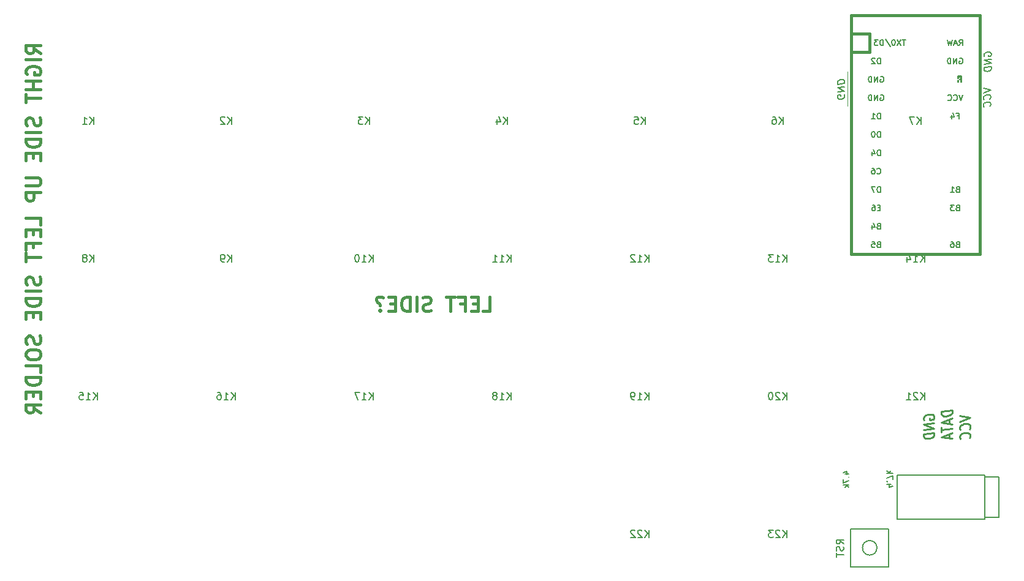
<source format=gbr>
G04 #@! TF.GenerationSoftware,KiCad,Pcbnew,(6.0.0-rc1-dev-1668-g04a478f85)*
G04 #@! TF.CreationDate,2019-04-17T20:28:03-07:00
G04 #@! TF.ProjectId,meson,6d65736f-6e2e-46b6-9963-61645f706362,rev?*
G04 #@! TF.SameCoordinates,Original*
G04 #@! TF.FileFunction,Legend,Bot*
G04 #@! TF.FilePolarity,Positive*
%FSLAX46Y46*%
G04 Gerber Fmt 4.6, Leading zero omitted, Abs format (unit mm)*
G04 Created by KiCad (PCBNEW (6.0.0-rc1-dev-1668-g04a478f85)) date 2019-04-17 20:28:03*
%MOMM*%
%LPD*%
G04 APERTURE LIST*
%ADD10C,0.450000*%
%ADD11C,0.150000*%
%ADD12C,0.120000*%
%ADD13C,0.250000*%
%ADD14C,0.381000*%
G04 APERTURE END LIST*
D10*
X187847382Y-86650081D02*
X188799763Y-86650081D01*
X188799763Y-84650081D01*
X187180716Y-85602462D02*
X186514049Y-85602462D01*
X186228335Y-86650081D02*
X187180716Y-86650081D01*
X187180716Y-84650081D01*
X186228335Y-84650081D01*
X184704525Y-85602462D02*
X185371192Y-85602462D01*
X185371192Y-86650081D02*
X185371192Y-84650081D01*
X184418811Y-84650081D01*
X183942620Y-84650081D02*
X182799763Y-84650081D01*
X183371192Y-86650081D02*
X183371192Y-84650081D01*
X180704525Y-86554843D02*
X180418811Y-86650081D01*
X179942620Y-86650081D01*
X179752144Y-86554843D01*
X179656906Y-86459605D01*
X179561668Y-86269129D01*
X179561668Y-86078653D01*
X179656906Y-85888177D01*
X179752144Y-85792939D01*
X179942620Y-85697700D01*
X180323573Y-85602462D01*
X180514049Y-85507224D01*
X180609287Y-85411986D01*
X180704525Y-85221510D01*
X180704525Y-85031034D01*
X180609287Y-84840558D01*
X180514049Y-84745320D01*
X180323573Y-84650081D01*
X179847382Y-84650081D01*
X179561668Y-84745320D01*
X178704525Y-86650081D02*
X178704525Y-84650081D01*
X177752144Y-86650081D02*
X177752144Y-84650081D01*
X177275954Y-84650081D01*
X176990240Y-84745320D01*
X176799763Y-84935796D01*
X176704525Y-85126272D01*
X176609287Y-85507224D01*
X176609287Y-85792939D01*
X176704525Y-86173891D01*
X176799763Y-86364367D01*
X176990240Y-86554843D01*
X177275954Y-86650081D01*
X177752144Y-86650081D01*
X175752144Y-85602462D02*
X175085478Y-85602462D01*
X174799763Y-86650081D02*
X175752144Y-86650081D01*
X175752144Y-84650081D01*
X174799763Y-84650081D01*
X173656906Y-86459605D02*
X173561668Y-86554843D01*
X173656906Y-86650081D01*
X173752144Y-86554843D01*
X173656906Y-86459605D01*
X173656906Y-86650081D01*
X174037859Y-84745320D02*
X173847382Y-84650081D01*
X173371192Y-84650081D01*
X173180716Y-84745320D01*
X173085478Y-84935796D01*
X173085478Y-85126272D01*
X173180716Y-85316748D01*
X173275954Y-85411986D01*
X173466430Y-85507224D01*
X173561668Y-85602462D01*
X173656906Y-85792939D01*
X173656906Y-85888177D01*
D11*
X237912931Y-109155322D02*
X238446264Y-109155322D01*
X237608169Y-108964846D02*
X238179598Y-108774370D01*
X238179598Y-109269608D01*
X238370074Y-109574370D02*
X238408169Y-109612465D01*
X238446264Y-109574370D01*
X238408169Y-109536275D01*
X238370074Y-109574370D01*
X238446264Y-109574370D01*
X237646264Y-109879132D02*
X237646264Y-110412465D01*
X238446264Y-110069608D01*
X238446264Y-110717227D02*
X237646264Y-110717227D01*
X238141502Y-110793418D02*
X238446264Y-111021989D01*
X237912931Y-111021989D02*
X238217693Y-110717227D01*
X244224788Y-110628337D02*
X243691455Y-110628337D01*
X244529550Y-110818813D02*
X243958121Y-111009289D01*
X243958121Y-110514051D01*
X243767645Y-110209289D02*
X243729550Y-110171194D01*
X243691455Y-110209289D01*
X243729550Y-110247384D01*
X243767645Y-110209289D01*
X243691455Y-110209289D01*
X244491455Y-109904527D02*
X244491455Y-109371194D01*
X243691455Y-109714051D01*
X243691455Y-109066432D02*
X244491455Y-109066432D01*
X243996217Y-108990241D02*
X243691455Y-108761670D01*
X244224788Y-108761670D02*
X243920026Y-109066432D01*
D10*
X126736361Y-51009404D02*
X125783980Y-50342738D01*
X126736361Y-49866547D02*
X124736361Y-49866547D01*
X124736361Y-50628452D01*
X124831600Y-50818928D01*
X124926838Y-50914166D01*
X125117314Y-51009404D01*
X125403028Y-51009404D01*
X125593504Y-50914166D01*
X125688742Y-50818928D01*
X125783980Y-50628452D01*
X125783980Y-49866547D01*
X126736361Y-51866547D02*
X124736361Y-51866547D01*
X124831600Y-53866547D02*
X124736361Y-53676071D01*
X124736361Y-53390357D01*
X124831600Y-53104642D01*
X125022076Y-52914166D01*
X125212552Y-52818928D01*
X125593504Y-52723690D01*
X125879219Y-52723690D01*
X126260171Y-52818928D01*
X126450647Y-52914166D01*
X126641123Y-53104642D01*
X126736361Y-53390357D01*
X126736361Y-53580833D01*
X126641123Y-53866547D01*
X126545885Y-53961785D01*
X125879219Y-53961785D01*
X125879219Y-53580833D01*
X126736361Y-54818928D02*
X124736361Y-54818928D01*
X125688742Y-54818928D02*
X125688742Y-55961785D01*
X126736361Y-55961785D02*
X124736361Y-55961785D01*
X124736361Y-56628452D02*
X124736361Y-57771309D01*
X126736361Y-57199880D02*
X124736361Y-57199880D01*
X126641123Y-59866547D02*
X126736361Y-60152261D01*
X126736361Y-60628452D01*
X126641123Y-60818928D01*
X126545885Y-60914166D01*
X126355409Y-61009404D01*
X126164933Y-61009404D01*
X125974457Y-60914166D01*
X125879219Y-60818928D01*
X125783980Y-60628452D01*
X125688742Y-60247500D01*
X125593504Y-60057023D01*
X125498266Y-59961785D01*
X125307790Y-59866547D01*
X125117314Y-59866547D01*
X124926838Y-59961785D01*
X124831600Y-60057023D01*
X124736361Y-60247500D01*
X124736361Y-60723690D01*
X124831600Y-61009404D01*
X126736361Y-61866547D02*
X124736361Y-61866547D01*
X126736361Y-62818928D02*
X124736361Y-62818928D01*
X124736361Y-63295119D01*
X124831600Y-63580833D01*
X125022076Y-63771309D01*
X125212552Y-63866547D01*
X125593504Y-63961785D01*
X125879219Y-63961785D01*
X126260171Y-63866547D01*
X126450647Y-63771309D01*
X126641123Y-63580833D01*
X126736361Y-63295119D01*
X126736361Y-62818928D01*
X125688742Y-64818928D02*
X125688742Y-65485595D01*
X126736361Y-65771309D02*
X126736361Y-64818928D01*
X124736361Y-64818928D01*
X124736361Y-65771309D01*
X124736361Y-68152261D02*
X126355409Y-68152261D01*
X126545885Y-68247500D01*
X126641123Y-68342738D01*
X126736361Y-68533214D01*
X126736361Y-68914166D01*
X126641123Y-69104642D01*
X126545885Y-69199880D01*
X126355409Y-69295119D01*
X124736361Y-69295119D01*
X126736361Y-70247500D02*
X124736361Y-70247500D01*
X124736361Y-71009404D01*
X124831600Y-71199880D01*
X124926838Y-71295119D01*
X125117314Y-71390357D01*
X125403028Y-71390357D01*
X125593504Y-71295119D01*
X125688742Y-71199880D01*
X125783980Y-71009404D01*
X125783980Y-70247500D01*
X126736361Y-74723690D02*
X126736361Y-73771309D01*
X124736361Y-73771309D01*
X125688742Y-75390357D02*
X125688742Y-76057023D01*
X126736361Y-76342738D02*
X126736361Y-75390357D01*
X124736361Y-75390357D01*
X124736361Y-76342738D01*
X125688742Y-77866547D02*
X125688742Y-77199880D01*
X126736361Y-77199880D02*
X124736361Y-77199880D01*
X124736361Y-78152261D01*
X124736361Y-78628452D02*
X124736361Y-79771309D01*
X126736361Y-79199880D02*
X124736361Y-79199880D01*
X126641123Y-81866547D02*
X126736361Y-82152261D01*
X126736361Y-82628452D01*
X126641123Y-82818928D01*
X126545885Y-82914166D01*
X126355409Y-83009404D01*
X126164933Y-83009404D01*
X125974457Y-82914166D01*
X125879219Y-82818928D01*
X125783980Y-82628452D01*
X125688742Y-82247499D01*
X125593504Y-82057023D01*
X125498266Y-81961785D01*
X125307790Y-81866547D01*
X125117314Y-81866547D01*
X124926838Y-81961785D01*
X124831600Y-82057023D01*
X124736361Y-82247499D01*
X124736361Y-82723690D01*
X124831600Y-83009404D01*
X126736361Y-83866547D02*
X124736361Y-83866547D01*
X126736361Y-84818928D02*
X124736361Y-84818928D01*
X124736361Y-85295119D01*
X124831600Y-85580833D01*
X125022076Y-85771309D01*
X125212552Y-85866547D01*
X125593504Y-85961785D01*
X125879219Y-85961785D01*
X126260171Y-85866547D01*
X126450647Y-85771309D01*
X126641123Y-85580833D01*
X126736361Y-85295119D01*
X126736361Y-84818928D01*
X125688742Y-86818928D02*
X125688742Y-87485595D01*
X126736361Y-87771309D02*
X126736361Y-86818928D01*
X124736361Y-86818928D01*
X124736361Y-87771309D01*
X126641123Y-90057023D02*
X126736361Y-90342738D01*
X126736361Y-90818928D01*
X126641123Y-91009404D01*
X126545885Y-91104642D01*
X126355409Y-91199880D01*
X126164933Y-91199880D01*
X125974457Y-91104642D01*
X125879219Y-91009404D01*
X125783980Y-90818928D01*
X125688742Y-90437976D01*
X125593504Y-90247499D01*
X125498266Y-90152261D01*
X125307790Y-90057023D01*
X125117314Y-90057023D01*
X124926838Y-90152261D01*
X124831600Y-90247499D01*
X124736361Y-90437976D01*
X124736361Y-90914166D01*
X124831600Y-91199880D01*
X124736361Y-92437976D02*
X124736361Y-92818928D01*
X124831600Y-93009404D01*
X125022076Y-93199880D01*
X125403028Y-93295119D01*
X126069695Y-93295119D01*
X126450647Y-93199880D01*
X126641123Y-93009404D01*
X126736361Y-92818928D01*
X126736361Y-92437976D01*
X126641123Y-92247499D01*
X126450647Y-92057023D01*
X126069695Y-91961785D01*
X125403028Y-91961785D01*
X125022076Y-92057023D01*
X124831600Y-92247499D01*
X124736361Y-92437976D01*
X126736361Y-95104642D02*
X126736361Y-94152261D01*
X124736361Y-94152261D01*
X126736361Y-95771309D02*
X124736361Y-95771309D01*
X124736361Y-96247499D01*
X124831600Y-96533214D01*
X125022076Y-96723690D01*
X125212552Y-96818928D01*
X125593504Y-96914166D01*
X125879219Y-96914166D01*
X126260171Y-96818928D01*
X126450647Y-96723690D01*
X126641123Y-96533214D01*
X126736361Y-96247499D01*
X126736361Y-95771309D01*
X125688742Y-97771309D02*
X125688742Y-98437976D01*
X126736361Y-98723690D02*
X126736361Y-97771309D01*
X124736361Y-97771309D01*
X124736361Y-98723690D01*
X126736361Y-100723690D02*
X125783980Y-100057023D01*
X126736361Y-99580833D02*
X124736361Y-99580833D01*
X124736361Y-100342738D01*
X124831600Y-100533214D01*
X124926838Y-100628452D01*
X125117314Y-100723690D01*
X125403028Y-100723690D01*
X125593504Y-100628452D01*
X125688742Y-100533214D01*
X125783980Y-100342738D01*
X125783980Y-99580833D01*
D12*
X238226600Y-53492400D02*
X238226600Y-58242200D01*
D11*
X237799500Y-56686342D02*
X237847119Y-56775627D01*
X237847119Y-56918485D01*
X237799500Y-57067294D01*
X237704261Y-57174437D01*
X237609023Y-57233961D01*
X237418547Y-57305389D01*
X237275690Y-57323247D01*
X237085214Y-57299437D01*
X236989976Y-57263723D01*
X236894738Y-57180389D01*
X236847119Y-57043485D01*
X236847119Y-56948247D01*
X236894738Y-56799437D01*
X236942357Y-56745866D01*
X237275690Y-56704199D01*
X237275690Y-56894675D01*
X236847119Y-56329199D02*
X237847119Y-56204199D01*
X236847119Y-55757770D01*
X237847119Y-55632770D01*
X236847119Y-55281580D02*
X237847119Y-55156580D01*
X237847119Y-54918485D01*
X237799500Y-54781580D01*
X237704261Y-54698247D01*
X237609023Y-54662532D01*
X237418547Y-54638723D01*
X237275690Y-54656580D01*
X237085214Y-54728008D01*
X236989976Y-54787532D01*
X236894738Y-54894675D01*
X236847119Y-55043485D01*
X236847119Y-55281580D01*
X257144900Y-51441457D02*
X257097280Y-51352172D01*
X257097280Y-51209314D01*
X257144900Y-51060505D01*
X257240138Y-50953362D01*
X257335376Y-50893838D01*
X257525852Y-50822410D01*
X257668709Y-50804552D01*
X257859185Y-50828362D01*
X257954423Y-50864076D01*
X258049661Y-50947410D01*
X258097280Y-51084314D01*
X258097280Y-51179552D01*
X258049661Y-51328362D01*
X258002042Y-51381933D01*
X257668709Y-51423600D01*
X257668709Y-51233124D01*
X258097280Y-51798600D02*
X257097280Y-51923600D01*
X258097280Y-52370029D01*
X257097280Y-52495029D01*
X258097280Y-52846219D02*
X257097280Y-52971219D01*
X257097280Y-53209314D01*
X257144900Y-53346219D01*
X257240138Y-53429552D01*
X257335376Y-53465267D01*
X257525852Y-53489076D01*
X257668709Y-53471219D01*
X257859185Y-53399791D01*
X257954423Y-53340267D01*
X258049661Y-53233124D01*
X258097280Y-53084314D01*
X258097280Y-52846219D01*
X257008380Y-55841681D02*
X258008380Y-56050014D01*
X257008380Y-56508348D01*
X257913142Y-57300014D02*
X257960761Y-57246443D01*
X258008380Y-57097633D01*
X258008380Y-57002395D01*
X257960761Y-56865491D01*
X257865523Y-56782157D01*
X257770285Y-56746443D01*
X257579809Y-56722633D01*
X257436952Y-56740491D01*
X257246476Y-56811919D01*
X257151238Y-56871443D01*
X257056000Y-56978586D01*
X257008380Y-57127395D01*
X257008380Y-57222633D01*
X257056000Y-57359538D01*
X257103619Y-57401205D01*
X257913142Y-58300014D02*
X257960761Y-58246443D01*
X258008380Y-58097633D01*
X258008380Y-58002395D01*
X257960761Y-57865491D01*
X257865523Y-57782157D01*
X257770285Y-57746443D01*
X257579809Y-57722633D01*
X257436952Y-57740491D01*
X257246476Y-57811919D01*
X257151238Y-57871443D01*
X257056000Y-57978586D01*
X257008380Y-58127395D01*
X257008380Y-58222633D01*
X257056000Y-58359538D01*
X257103619Y-58401205D01*
D13*
X248778960Y-101722582D02*
X248707531Y-101612463D01*
X248707531Y-101433891D01*
X248778960Y-101246391D01*
X248921817Y-101109486D01*
X249064674Y-101032105D01*
X249350388Y-100936867D01*
X249564674Y-100910082D01*
X249850388Y-100933891D01*
X249993245Y-100975558D01*
X250136102Y-101076748D01*
X250207531Y-101246391D01*
X250207531Y-101365439D01*
X250136102Y-101552939D01*
X250064674Y-101621391D01*
X249564674Y-101683891D01*
X249564674Y-101445796D01*
X250207531Y-102139248D02*
X248707531Y-102326748D01*
X250207531Y-102853534D01*
X248707531Y-103041034D01*
X250207531Y-103448772D02*
X248707531Y-103636272D01*
X248707531Y-103933891D01*
X248778960Y-104103534D01*
X248921817Y-104204725D01*
X249064674Y-104246391D01*
X249350388Y-104270201D01*
X249564674Y-104243415D01*
X249850388Y-104148177D01*
X249993245Y-104070796D01*
X250136102Y-103933891D01*
X250207531Y-103746391D01*
X250207531Y-103448772D01*
X252707531Y-100353534D02*
X251207531Y-100541034D01*
X251207531Y-100838653D01*
X251278960Y-101008296D01*
X251421817Y-101109486D01*
X251564674Y-101151153D01*
X251850388Y-101174963D01*
X252064674Y-101148177D01*
X252350388Y-101052939D01*
X252493245Y-100975558D01*
X252636102Y-100838653D01*
X252707531Y-100651153D01*
X252707531Y-100353534D01*
X252278960Y-101597582D02*
X252278960Y-102192820D01*
X252707531Y-101424963D02*
X251207531Y-102029129D01*
X252707531Y-102258296D01*
X251207531Y-102683891D02*
X251207531Y-103398177D01*
X252707531Y-102853534D02*
X251207531Y-103041034D01*
X252278960Y-103621391D02*
X252278960Y-104216629D01*
X252707531Y-103448772D02*
X251207531Y-104052939D01*
X252707531Y-104282105D01*
X253707531Y-101136272D02*
X255207531Y-101365439D01*
X253707531Y-101969605D01*
X255064674Y-102930915D02*
X255136102Y-102862463D01*
X255207531Y-102674963D01*
X255207531Y-102555915D01*
X255136102Y-102386272D01*
X254993245Y-102285082D01*
X254850388Y-102243415D01*
X254564674Y-102219605D01*
X254350388Y-102246391D01*
X254064674Y-102341629D01*
X253921817Y-102419010D01*
X253778960Y-102555915D01*
X253707531Y-102743415D01*
X253707531Y-102862463D01*
X253778960Y-103032105D01*
X253850388Y-103082701D01*
X255064674Y-104180915D02*
X255136102Y-104112463D01*
X255207531Y-103924963D01*
X255207531Y-103805915D01*
X255136102Y-103636272D01*
X254993245Y-103535082D01*
X254850388Y-103493415D01*
X254564674Y-103469605D01*
X254350388Y-103496391D01*
X254064674Y-103591629D01*
X253921817Y-103669010D01*
X253778960Y-103805915D01*
X253707531Y-103993415D01*
X253707531Y-104112463D01*
X253778960Y-104282105D01*
X253850388Y-104332701D01*
D11*
X243900000Y-121980000D02*
X243900000Y-116780000D01*
X243900000Y-116780000D02*
X238700000Y-116780000D01*
X238700000Y-116780000D02*
X238700000Y-121980000D01*
X238700000Y-121980000D02*
X243900000Y-121980000D01*
X242300000Y-119380000D02*
G75*
G03X242300000Y-119380000I-1000000J0D01*
G01*
X257175000Y-109345000D02*
X257175000Y-115445000D01*
X245075000Y-109345000D02*
X245075000Y-115445000D01*
X257175000Y-109345000D02*
X245075000Y-109345000D01*
X257175000Y-115445000D02*
X245075000Y-115445000D01*
X257175000Y-109595000D02*
X259175000Y-109595000D01*
X257175000Y-115195000D02*
X259175000Y-115195000D01*
X259175000Y-109595000D02*
X259175000Y-115195000D01*
D14*
X241300000Y-48260000D02*
X238760000Y-48260000D01*
X256540000Y-45720000D02*
X238760000Y-45720000D01*
X238760000Y-45720000D02*
X238760000Y-78740000D01*
X238760000Y-78740000D02*
X256540000Y-78740000D01*
X256540000Y-78740000D02*
X256540000Y-45720000D01*
D11*
G36*
X253494635Y-54149030D02*
G01*
X253494635Y-54249030D01*
X253994635Y-54249030D01*
X253994635Y-54149030D01*
X253494635Y-54149030D01*
G37*
X253494635Y-54149030D02*
X253494635Y-54249030D01*
X253994635Y-54249030D01*
X253994635Y-54149030D01*
X253494635Y-54149030D01*
G36*
X253494635Y-54149030D02*
G01*
X253494635Y-54449030D01*
X253594635Y-54449030D01*
X253594635Y-54149030D01*
X253494635Y-54149030D01*
G37*
X253494635Y-54149030D02*
X253494635Y-54449030D01*
X253594635Y-54449030D01*
X253594635Y-54149030D01*
X253494635Y-54149030D01*
G36*
X253494635Y-54749030D02*
G01*
X253494635Y-54949030D01*
X253594635Y-54949030D01*
X253594635Y-54749030D01*
X253494635Y-54749030D01*
G37*
X253494635Y-54749030D02*
X253494635Y-54949030D01*
X253594635Y-54949030D01*
X253594635Y-54749030D01*
X253494635Y-54749030D01*
G36*
X253894635Y-54149030D02*
G01*
X253894635Y-54949030D01*
X253994635Y-54949030D01*
X253994635Y-54149030D01*
X253894635Y-54149030D01*
G37*
X253894635Y-54149030D02*
X253894635Y-54949030D01*
X253994635Y-54949030D01*
X253994635Y-54149030D01*
X253894635Y-54149030D01*
G36*
X253694635Y-54549030D02*
G01*
X253694635Y-54649030D01*
X253794635Y-54649030D01*
X253794635Y-54549030D01*
X253694635Y-54549030D01*
G37*
X253694635Y-54549030D02*
X253694635Y-54649030D01*
X253794635Y-54649030D01*
X253794635Y-54549030D01*
X253694635Y-54549030D01*
D14*
X241300000Y-48260000D02*
X241300000Y-50800000D01*
X241300000Y-50800000D02*
X238760000Y-50800000D01*
D11*
X229338095Y-60777380D02*
X229338095Y-59777380D01*
X228766666Y-60777380D02*
X229195238Y-60205952D01*
X228766666Y-59777380D02*
X229338095Y-60348809D01*
X227909523Y-59777380D02*
X228100000Y-59777380D01*
X228195238Y-59825000D01*
X228242857Y-59872619D01*
X228338095Y-60015476D01*
X228385714Y-60205952D01*
X228385714Y-60586904D01*
X228338095Y-60682142D01*
X228290476Y-60729761D01*
X228195238Y-60777380D01*
X228004761Y-60777380D01*
X227909523Y-60729761D01*
X227861904Y-60682142D01*
X227814285Y-60586904D01*
X227814285Y-60348809D01*
X227861904Y-60253571D01*
X227909523Y-60205952D01*
X228004761Y-60158333D01*
X228195238Y-60158333D01*
X228290476Y-60205952D01*
X228338095Y-60253571D01*
X228385714Y-60348809D01*
X229814285Y-98877380D02*
X229814285Y-97877380D01*
X229242857Y-98877380D02*
X229671428Y-98305952D01*
X229242857Y-97877380D02*
X229814285Y-98448809D01*
X228861904Y-97972619D02*
X228814285Y-97925000D01*
X228719047Y-97877380D01*
X228480952Y-97877380D01*
X228385714Y-97925000D01*
X228338095Y-97972619D01*
X228290476Y-98067857D01*
X228290476Y-98163095D01*
X228338095Y-98305952D01*
X228909523Y-98877380D01*
X228290476Y-98877380D01*
X227671428Y-97877380D02*
X227576190Y-97877380D01*
X227480952Y-97925000D01*
X227433333Y-97972619D01*
X227385714Y-98067857D01*
X227338095Y-98258333D01*
X227338095Y-98496428D01*
X227385714Y-98686904D01*
X227433333Y-98782142D01*
X227480952Y-98829761D01*
X227576190Y-98877380D01*
X227671428Y-98877380D01*
X227766666Y-98829761D01*
X227814285Y-98782142D01*
X227861904Y-98686904D01*
X227909523Y-98496428D01*
X227909523Y-98258333D01*
X227861904Y-98067857D01*
X227814285Y-97972619D01*
X227766666Y-97925000D01*
X227671428Y-97877380D01*
X229814285Y-79827380D02*
X229814285Y-78827380D01*
X229242857Y-79827380D02*
X229671428Y-79255952D01*
X229242857Y-78827380D02*
X229814285Y-79398809D01*
X228290476Y-79827380D02*
X228861904Y-79827380D01*
X228576190Y-79827380D02*
X228576190Y-78827380D01*
X228671428Y-78970238D01*
X228766666Y-79065476D01*
X228861904Y-79113095D01*
X227957142Y-78827380D02*
X227338095Y-78827380D01*
X227671428Y-79208333D01*
X227528571Y-79208333D01*
X227433333Y-79255952D01*
X227385714Y-79303571D01*
X227338095Y-79398809D01*
X227338095Y-79636904D01*
X227385714Y-79732142D01*
X227433333Y-79779761D01*
X227528571Y-79827380D01*
X227814285Y-79827380D01*
X227909523Y-79779761D01*
X227957142Y-79732142D01*
X237688380Y-118832380D02*
X237212190Y-118499047D01*
X237688380Y-118260952D02*
X236688380Y-118260952D01*
X236688380Y-118641904D01*
X236736000Y-118737142D01*
X236783619Y-118784761D01*
X236878857Y-118832380D01*
X237021714Y-118832380D01*
X237116952Y-118784761D01*
X237164571Y-118737142D01*
X237212190Y-118641904D01*
X237212190Y-118260952D01*
X237640761Y-119213333D02*
X237688380Y-119356190D01*
X237688380Y-119594285D01*
X237640761Y-119689523D01*
X237593142Y-119737142D01*
X237497904Y-119784761D01*
X237402666Y-119784761D01*
X237307428Y-119737142D01*
X237259809Y-119689523D01*
X237212190Y-119594285D01*
X237164571Y-119403809D01*
X237116952Y-119308571D01*
X237069333Y-119260952D01*
X236974095Y-119213333D01*
X236878857Y-119213333D01*
X236783619Y-119260952D01*
X236736000Y-119308571D01*
X236688380Y-119403809D01*
X236688380Y-119641904D01*
X236736000Y-119784761D01*
X236688380Y-120070476D02*
X236688380Y-120641904D01*
X237688380Y-120356190D02*
X236688380Y-120356190D01*
X229814285Y-117927380D02*
X229814285Y-116927380D01*
X229242857Y-117927380D02*
X229671428Y-117355952D01*
X229242857Y-116927380D02*
X229814285Y-117498809D01*
X228861904Y-117022619D02*
X228814285Y-116975000D01*
X228719047Y-116927380D01*
X228480952Y-116927380D01*
X228385714Y-116975000D01*
X228338095Y-117022619D01*
X228290476Y-117117857D01*
X228290476Y-117213095D01*
X228338095Y-117355952D01*
X228909523Y-117927380D01*
X228290476Y-117927380D01*
X227957142Y-116927380D02*
X227338095Y-116927380D01*
X227671428Y-117308333D01*
X227528571Y-117308333D01*
X227433333Y-117355952D01*
X227385714Y-117403571D01*
X227338095Y-117498809D01*
X227338095Y-117736904D01*
X227385714Y-117832142D01*
X227433333Y-117879761D01*
X227528571Y-117927380D01*
X227814285Y-117927380D01*
X227909523Y-117879761D01*
X227957142Y-117832142D01*
X134088095Y-60777380D02*
X134088095Y-59777380D01*
X133516666Y-60777380D02*
X133945238Y-60205952D01*
X133516666Y-59777380D02*
X134088095Y-60348809D01*
X132564285Y-60777380D02*
X133135714Y-60777380D01*
X132850000Y-60777380D02*
X132850000Y-59777380D01*
X132945238Y-59920238D01*
X133040476Y-60015476D01*
X133135714Y-60063095D01*
X153138095Y-60777380D02*
X153138095Y-59777380D01*
X152566666Y-60777380D02*
X152995238Y-60205952D01*
X152566666Y-59777380D02*
X153138095Y-60348809D01*
X152185714Y-59872619D02*
X152138095Y-59825000D01*
X152042857Y-59777380D01*
X151804761Y-59777380D01*
X151709523Y-59825000D01*
X151661904Y-59872619D01*
X151614285Y-59967857D01*
X151614285Y-60063095D01*
X151661904Y-60205952D01*
X152233333Y-60777380D01*
X151614285Y-60777380D01*
X172188095Y-60777380D02*
X172188095Y-59777380D01*
X171616666Y-60777380D02*
X172045238Y-60205952D01*
X171616666Y-59777380D02*
X172188095Y-60348809D01*
X171283333Y-59777380D02*
X170664285Y-59777380D01*
X170997619Y-60158333D01*
X170854761Y-60158333D01*
X170759523Y-60205952D01*
X170711904Y-60253571D01*
X170664285Y-60348809D01*
X170664285Y-60586904D01*
X170711904Y-60682142D01*
X170759523Y-60729761D01*
X170854761Y-60777380D01*
X171140476Y-60777380D01*
X171235714Y-60729761D01*
X171283333Y-60682142D01*
X191238095Y-60777380D02*
X191238095Y-59777380D01*
X190666666Y-60777380D02*
X191095238Y-60205952D01*
X190666666Y-59777380D02*
X191238095Y-60348809D01*
X189809523Y-60110714D02*
X189809523Y-60777380D01*
X190047619Y-59729761D02*
X190285714Y-60444047D01*
X189666666Y-60444047D01*
X210288095Y-60777380D02*
X210288095Y-59777380D01*
X209716666Y-60777380D02*
X210145238Y-60205952D01*
X209716666Y-59777380D02*
X210288095Y-60348809D01*
X208811904Y-59777380D02*
X209288095Y-59777380D01*
X209335714Y-60253571D01*
X209288095Y-60205952D01*
X209192857Y-60158333D01*
X208954761Y-60158333D01*
X208859523Y-60205952D01*
X208811904Y-60253571D01*
X208764285Y-60348809D01*
X208764285Y-60586904D01*
X208811904Y-60682142D01*
X208859523Y-60729761D01*
X208954761Y-60777380D01*
X209192857Y-60777380D01*
X209288095Y-60729761D01*
X209335714Y-60682142D01*
X248388095Y-60777380D02*
X248388095Y-59777380D01*
X247816666Y-60777380D02*
X248245238Y-60205952D01*
X247816666Y-59777380D02*
X248388095Y-60348809D01*
X247483333Y-59777380D02*
X246816666Y-59777380D01*
X247245238Y-60777380D01*
X134088095Y-79827380D02*
X134088095Y-78827380D01*
X133516666Y-79827380D02*
X133945238Y-79255952D01*
X133516666Y-78827380D02*
X134088095Y-79398809D01*
X132945238Y-79255952D02*
X133040476Y-79208333D01*
X133088095Y-79160714D01*
X133135714Y-79065476D01*
X133135714Y-79017857D01*
X133088095Y-78922619D01*
X133040476Y-78875000D01*
X132945238Y-78827380D01*
X132754761Y-78827380D01*
X132659523Y-78875000D01*
X132611904Y-78922619D01*
X132564285Y-79017857D01*
X132564285Y-79065476D01*
X132611904Y-79160714D01*
X132659523Y-79208333D01*
X132754761Y-79255952D01*
X132945238Y-79255952D01*
X133040476Y-79303571D01*
X133088095Y-79351190D01*
X133135714Y-79446428D01*
X133135714Y-79636904D01*
X133088095Y-79732142D01*
X133040476Y-79779761D01*
X132945238Y-79827380D01*
X132754761Y-79827380D01*
X132659523Y-79779761D01*
X132611904Y-79732142D01*
X132564285Y-79636904D01*
X132564285Y-79446428D01*
X132611904Y-79351190D01*
X132659523Y-79303571D01*
X132754761Y-79255952D01*
X153138095Y-79827380D02*
X153138095Y-78827380D01*
X152566666Y-79827380D02*
X152995238Y-79255952D01*
X152566666Y-78827380D02*
X153138095Y-79398809D01*
X152090476Y-79827380D02*
X151900000Y-79827380D01*
X151804761Y-79779761D01*
X151757142Y-79732142D01*
X151661904Y-79589285D01*
X151614285Y-79398809D01*
X151614285Y-79017857D01*
X151661904Y-78922619D01*
X151709523Y-78875000D01*
X151804761Y-78827380D01*
X151995238Y-78827380D01*
X152090476Y-78875000D01*
X152138095Y-78922619D01*
X152185714Y-79017857D01*
X152185714Y-79255952D01*
X152138095Y-79351190D01*
X152090476Y-79398809D01*
X151995238Y-79446428D01*
X151804761Y-79446428D01*
X151709523Y-79398809D01*
X151661904Y-79351190D01*
X151614285Y-79255952D01*
X172664285Y-79827380D02*
X172664285Y-78827380D01*
X172092857Y-79827380D02*
X172521428Y-79255952D01*
X172092857Y-78827380D02*
X172664285Y-79398809D01*
X171140476Y-79827380D02*
X171711904Y-79827380D01*
X171426190Y-79827380D02*
X171426190Y-78827380D01*
X171521428Y-78970238D01*
X171616666Y-79065476D01*
X171711904Y-79113095D01*
X170521428Y-78827380D02*
X170426190Y-78827380D01*
X170330952Y-78875000D01*
X170283333Y-78922619D01*
X170235714Y-79017857D01*
X170188095Y-79208333D01*
X170188095Y-79446428D01*
X170235714Y-79636904D01*
X170283333Y-79732142D01*
X170330952Y-79779761D01*
X170426190Y-79827380D01*
X170521428Y-79827380D01*
X170616666Y-79779761D01*
X170664285Y-79732142D01*
X170711904Y-79636904D01*
X170759523Y-79446428D01*
X170759523Y-79208333D01*
X170711904Y-79017857D01*
X170664285Y-78922619D01*
X170616666Y-78875000D01*
X170521428Y-78827380D01*
X191714285Y-79827380D02*
X191714285Y-78827380D01*
X191142857Y-79827380D02*
X191571428Y-79255952D01*
X191142857Y-78827380D02*
X191714285Y-79398809D01*
X190190476Y-79827380D02*
X190761904Y-79827380D01*
X190476190Y-79827380D02*
X190476190Y-78827380D01*
X190571428Y-78970238D01*
X190666666Y-79065476D01*
X190761904Y-79113095D01*
X189238095Y-79827380D02*
X189809523Y-79827380D01*
X189523809Y-79827380D02*
X189523809Y-78827380D01*
X189619047Y-78970238D01*
X189714285Y-79065476D01*
X189809523Y-79113095D01*
X210764285Y-79827380D02*
X210764285Y-78827380D01*
X210192857Y-79827380D02*
X210621428Y-79255952D01*
X210192857Y-78827380D02*
X210764285Y-79398809D01*
X209240476Y-79827380D02*
X209811904Y-79827380D01*
X209526190Y-79827380D02*
X209526190Y-78827380D01*
X209621428Y-78970238D01*
X209716666Y-79065476D01*
X209811904Y-79113095D01*
X208859523Y-78922619D02*
X208811904Y-78875000D01*
X208716666Y-78827380D01*
X208478571Y-78827380D01*
X208383333Y-78875000D01*
X208335714Y-78922619D01*
X208288095Y-79017857D01*
X208288095Y-79113095D01*
X208335714Y-79255952D01*
X208907142Y-79827380D01*
X208288095Y-79827380D01*
X248864285Y-79827380D02*
X248864285Y-78827380D01*
X248292857Y-79827380D02*
X248721428Y-79255952D01*
X248292857Y-78827380D02*
X248864285Y-79398809D01*
X247340476Y-79827380D02*
X247911904Y-79827380D01*
X247626190Y-79827380D02*
X247626190Y-78827380D01*
X247721428Y-78970238D01*
X247816666Y-79065476D01*
X247911904Y-79113095D01*
X246483333Y-79160714D02*
X246483333Y-79827380D01*
X246721428Y-78779761D02*
X246959523Y-79494047D01*
X246340476Y-79494047D01*
X134564285Y-98877380D02*
X134564285Y-97877380D01*
X133992857Y-98877380D02*
X134421428Y-98305952D01*
X133992857Y-97877380D02*
X134564285Y-98448809D01*
X133040476Y-98877380D02*
X133611904Y-98877380D01*
X133326190Y-98877380D02*
X133326190Y-97877380D01*
X133421428Y-98020238D01*
X133516666Y-98115476D01*
X133611904Y-98163095D01*
X132135714Y-97877380D02*
X132611904Y-97877380D01*
X132659523Y-98353571D01*
X132611904Y-98305952D01*
X132516666Y-98258333D01*
X132278571Y-98258333D01*
X132183333Y-98305952D01*
X132135714Y-98353571D01*
X132088095Y-98448809D01*
X132088095Y-98686904D01*
X132135714Y-98782142D01*
X132183333Y-98829761D01*
X132278571Y-98877380D01*
X132516666Y-98877380D01*
X132611904Y-98829761D01*
X132659523Y-98782142D01*
X153614285Y-98877380D02*
X153614285Y-97877380D01*
X153042857Y-98877380D02*
X153471428Y-98305952D01*
X153042857Y-97877380D02*
X153614285Y-98448809D01*
X152090476Y-98877380D02*
X152661904Y-98877380D01*
X152376190Y-98877380D02*
X152376190Y-97877380D01*
X152471428Y-98020238D01*
X152566666Y-98115476D01*
X152661904Y-98163095D01*
X151233333Y-97877380D02*
X151423809Y-97877380D01*
X151519047Y-97925000D01*
X151566666Y-97972619D01*
X151661904Y-98115476D01*
X151709523Y-98305952D01*
X151709523Y-98686904D01*
X151661904Y-98782142D01*
X151614285Y-98829761D01*
X151519047Y-98877380D01*
X151328571Y-98877380D01*
X151233333Y-98829761D01*
X151185714Y-98782142D01*
X151138095Y-98686904D01*
X151138095Y-98448809D01*
X151185714Y-98353571D01*
X151233333Y-98305952D01*
X151328571Y-98258333D01*
X151519047Y-98258333D01*
X151614285Y-98305952D01*
X151661904Y-98353571D01*
X151709523Y-98448809D01*
X172664285Y-98877380D02*
X172664285Y-97877380D01*
X172092857Y-98877380D02*
X172521428Y-98305952D01*
X172092857Y-97877380D02*
X172664285Y-98448809D01*
X171140476Y-98877380D02*
X171711904Y-98877380D01*
X171426190Y-98877380D02*
X171426190Y-97877380D01*
X171521428Y-98020238D01*
X171616666Y-98115476D01*
X171711904Y-98163095D01*
X170807142Y-97877380D02*
X170140476Y-97877380D01*
X170569047Y-98877380D01*
X191714285Y-98877380D02*
X191714285Y-97877380D01*
X191142857Y-98877380D02*
X191571428Y-98305952D01*
X191142857Y-97877380D02*
X191714285Y-98448809D01*
X190190476Y-98877380D02*
X190761904Y-98877380D01*
X190476190Y-98877380D02*
X190476190Y-97877380D01*
X190571428Y-98020238D01*
X190666666Y-98115476D01*
X190761904Y-98163095D01*
X189619047Y-98305952D02*
X189714285Y-98258333D01*
X189761904Y-98210714D01*
X189809523Y-98115476D01*
X189809523Y-98067857D01*
X189761904Y-97972619D01*
X189714285Y-97925000D01*
X189619047Y-97877380D01*
X189428571Y-97877380D01*
X189333333Y-97925000D01*
X189285714Y-97972619D01*
X189238095Y-98067857D01*
X189238095Y-98115476D01*
X189285714Y-98210714D01*
X189333333Y-98258333D01*
X189428571Y-98305952D01*
X189619047Y-98305952D01*
X189714285Y-98353571D01*
X189761904Y-98401190D01*
X189809523Y-98496428D01*
X189809523Y-98686904D01*
X189761904Y-98782142D01*
X189714285Y-98829761D01*
X189619047Y-98877380D01*
X189428571Y-98877380D01*
X189333333Y-98829761D01*
X189285714Y-98782142D01*
X189238095Y-98686904D01*
X189238095Y-98496428D01*
X189285714Y-98401190D01*
X189333333Y-98353571D01*
X189428571Y-98305952D01*
X210764285Y-98877380D02*
X210764285Y-97877380D01*
X210192857Y-98877380D02*
X210621428Y-98305952D01*
X210192857Y-97877380D02*
X210764285Y-98448809D01*
X209240476Y-98877380D02*
X209811904Y-98877380D01*
X209526190Y-98877380D02*
X209526190Y-97877380D01*
X209621428Y-98020238D01*
X209716666Y-98115476D01*
X209811904Y-98163095D01*
X208764285Y-98877380D02*
X208573809Y-98877380D01*
X208478571Y-98829761D01*
X208430952Y-98782142D01*
X208335714Y-98639285D01*
X208288095Y-98448809D01*
X208288095Y-98067857D01*
X208335714Y-97972619D01*
X208383333Y-97925000D01*
X208478571Y-97877380D01*
X208669047Y-97877380D01*
X208764285Y-97925000D01*
X208811904Y-97972619D01*
X208859523Y-98067857D01*
X208859523Y-98305952D01*
X208811904Y-98401190D01*
X208764285Y-98448809D01*
X208669047Y-98496428D01*
X208478571Y-98496428D01*
X208383333Y-98448809D01*
X208335714Y-98401190D01*
X208288095Y-98305952D01*
X248864285Y-98877380D02*
X248864285Y-97877380D01*
X248292857Y-98877380D02*
X248721428Y-98305952D01*
X248292857Y-97877380D02*
X248864285Y-98448809D01*
X247911904Y-97972619D02*
X247864285Y-97925000D01*
X247769047Y-97877380D01*
X247530952Y-97877380D01*
X247435714Y-97925000D01*
X247388095Y-97972619D01*
X247340476Y-98067857D01*
X247340476Y-98163095D01*
X247388095Y-98305952D01*
X247959523Y-98877380D01*
X247340476Y-98877380D01*
X246388095Y-98877380D02*
X246959523Y-98877380D01*
X246673809Y-98877380D02*
X246673809Y-97877380D01*
X246769047Y-98020238D01*
X246864285Y-98115476D01*
X246959523Y-98163095D01*
X210764285Y-117927380D02*
X210764285Y-116927380D01*
X210192857Y-117927380D02*
X210621428Y-117355952D01*
X210192857Y-116927380D02*
X210764285Y-117498809D01*
X209811904Y-117022619D02*
X209764285Y-116975000D01*
X209669047Y-116927380D01*
X209430952Y-116927380D01*
X209335714Y-116975000D01*
X209288095Y-117022619D01*
X209240476Y-117117857D01*
X209240476Y-117213095D01*
X209288095Y-117355952D01*
X209859523Y-117927380D01*
X209240476Y-117927380D01*
X208859523Y-117022619D02*
X208811904Y-116975000D01*
X208716666Y-116927380D01*
X208478571Y-116927380D01*
X208383333Y-116975000D01*
X208335714Y-117022619D01*
X208288095Y-117117857D01*
X208288095Y-117213095D01*
X208335714Y-117355952D01*
X208907142Y-117927380D01*
X208288095Y-117927380D01*
X246268604Y-49091904D02*
X245811461Y-49091904D01*
X246040032Y-49891904D02*
X246040032Y-49091904D01*
X245620985Y-49091904D02*
X245087651Y-49891904D01*
X245087651Y-49091904D02*
X245620985Y-49891904D01*
X244630508Y-49091904D02*
X244554318Y-49091904D01*
X244478128Y-49130000D01*
X244440032Y-49168095D01*
X244401937Y-49244285D01*
X244363842Y-49396666D01*
X244363842Y-49587142D01*
X244401937Y-49739523D01*
X244440032Y-49815714D01*
X244478128Y-49853809D01*
X244554318Y-49891904D01*
X244630508Y-49891904D01*
X244706699Y-49853809D01*
X244744794Y-49815714D01*
X244782889Y-49739523D01*
X244820985Y-49587142D01*
X244820985Y-49396666D01*
X244782889Y-49244285D01*
X244744794Y-49168095D01*
X244706699Y-49130000D01*
X244630508Y-49091904D01*
X243449556Y-49053809D02*
X244135270Y-50082380D01*
X243182889Y-49891904D02*
X243182889Y-49091904D01*
X242992413Y-49091904D01*
X242878128Y-49130000D01*
X242801937Y-49206190D01*
X242763842Y-49282380D01*
X242725747Y-49434761D01*
X242725747Y-49549047D01*
X242763842Y-49701428D01*
X242801937Y-49777619D01*
X242878128Y-49853809D01*
X242992413Y-49891904D01*
X243182889Y-49891904D01*
X242459080Y-49091904D02*
X241963842Y-49091904D01*
X242230508Y-49396666D01*
X242116223Y-49396666D01*
X242040032Y-49434761D01*
X242001937Y-49472857D01*
X241963842Y-49549047D01*
X241963842Y-49739523D01*
X242001937Y-49815714D01*
X242040032Y-49853809D01*
X242116223Y-49891904D01*
X242344794Y-49891904D01*
X242420985Y-49853809D01*
X242459080Y-49815714D01*
X246268604Y-49091904D02*
X245811461Y-49091904D01*
X246040032Y-49891904D02*
X246040032Y-49091904D01*
X245620985Y-49091904D02*
X245087651Y-49891904D01*
X245087651Y-49091904D02*
X245620985Y-49891904D01*
X244630508Y-49091904D02*
X244554318Y-49091904D01*
X244478128Y-49130000D01*
X244440032Y-49168095D01*
X244401937Y-49244285D01*
X244363842Y-49396666D01*
X244363842Y-49587142D01*
X244401937Y-49739523D01*
X244440032Y-49815714D01*
X244478128Y-49853809D01*
X244554318Y-49891904D01*
X244630508Y-49891904D01*
X244706699Y-49853809D01*
X244744794Y-49815714D01*
X244782889Y-49739523D01*
X244820985Y-49587142D01*
X244820985Y-49396666D01*
X244782889Y-49244285D01*
X244744794Y-49168095D01*
X244706699Y-49130000D01*
X244630508Y-49091904D01*
X243449556Y-49053809D02*
X244135270Y-50082380D01*
X243182889Y-49891904D02*
X243182889Y-49091904D01*
X242992413Y-49091904D01*
X242878128Y-49130000D01*
X242801937Y-49206190D01*
X242763842Y-49282380D01*
X242725747Y-49434761D01*
X242725747Y-49549047D01*
X242763842Y-49701428D01*
X242801937Y-49777619D01*
X242878128Y-49853809D01*
X242992413Y-49891904D01*
X243182889Y-49891904D01*
X242459080Y-49091904D02*
X241963842Y-49091904D01*
X242230508Y-49396666D01*
X242116223Y-49396666D01*
X242040032Y-49434761D01*
X242001937Y-49472857D01*
X241963842Y-49549047D01*
X241963842Y-49739523D01*
X242001937Y-49815714D01*
X242040032Y-49853809D01*
X242116223Y-49891904D01*
X242344794Y-49891904D01*
X242420985Y-49853809D01*
X242459080Y-49815714D01*
X242779476Y-52431904D02*
X242779476Y-51631904D01*
X242589000Y-51631904D01*
X242474714Y-51670000D01*
X242398523Y-51746190D01*
X242360428Y-51822380D01*
X242322333Y-51974761D01*
X242322333Y-52089047D01*
X242360428Y-52241428D01*
X242398523Y-52317619D01*
X242474714Y-52393809D01*
X242589000Y-52431904D01*
X242779476Y-52431904D01*
X242017571Y-51708095D02*
X241979476Y-51670000D01*
X241903285Y-51631904D01*
X241712809Y-51631904D01*
X241636619Y-51670000D01*
X241598523Y-51708095D01*
X241560428Y-51784285D01*
X241560428Y-51860476D01*
X241598523Y-51974761D01*
X242055666Y-52431904D01*
X241560428Y-52431904D01*
X242779476Y-62591904D02*
X242779476Y-61791904D01*
X242589000Y-61791904D01*
X242474714Y-61830000D01*
X242398523Y-61906190D01*
X242360428Y-61982380D01*
X242322333Y-62134761D01*
X242322333Y-62249047D01*
X242360428Y-62401428D01*
X242398523Y-62477619D01*
X242474714Y-62553809D01*
X242589000Y-62591904D01*
X242779476Y-62591904D01*
X241827095Y-61791904D02*
X241750904Y-61791904D01*
X241674714Y-61830000D01*
X241636619Y-61868095D01*
X241598523Y-61944285D01*
X241560428Y-62096666D01*
X241560428Y-62287142D01*
X241598523Y-62439523D01*
X241636619Y-62515714D01*
X241674714Y-62553809D01*
X241750904Y-62591904D01*
X241827095Y-62591904D01*
X241903285Y-62553809D01*
X241941380Y-62515714D01*
X241979476Y-62439523D01*
X242017571Y-62287142D01*
X242017571Y-62096666D01*
X241979476Y-61944285D01*
X241941380Y-61868095D01*
X241903285Y-61830000D01*
X241827095Y-61791904D01*
X242779476Y-60051904D02*
X242779476Y-59251904D01*
X242589000Y-59251904D01*
X242474714Y-59290000D01*
X242398523Y-59366190D01*
X242360428Y-59442380D01*
X242322333Y-59594761D01*
X242322333Y-59709047D01*
X242360428Y-59861428D01*
X242398523Y-59937619D01*
X242474714Y-60013809D01*
X242589000Y-60051904D01*
X242779476Y-60051904D01*
X241560428Y-60051904D02*
X242017571Y-60051904D01*
X241789000Y-60051904D02*
X241789000Y-59251904D01*
X241865190Y-59366190D01*
X241941380Y-59442380D01*
X242017571Y-59480476D01*
X242798523Y-56750000D02*
X242874714Y-56711904D01*
X242989000Y-56711904D01*
X243103285Y-56750000D01*
X243179476Y-56826190D01*
X243217571Y-56902380D01*
X243255666Y-57054761D01*
X243255666Y-57169047D01*
X243217571Y-57321428D01*
X243179476Y-57397619D01*
X243103285Y-57473809D01*
X242989000Y-57511904D01*
X242912809Y-57511904D01*
X242798523Y-57473809D01*
X242760428Y-57435714D01*
X242760428Y-57169047D01*
X242912809Y-57169047D01*
X242417571Y-57511904D02*
X242417571Y-56711904D01*
X241960428Y-57511904D01*
X241960428Y-56711904D01*
X241579476Y-57511904D02*
X241579476Y-56711904D01*
X241389000Y-56711904D01*
X241274714Y-56750000D01*
X241198523Y-56826190D01*
X241160428Y-56902380D01*
X241122333Y-57054761D01*
X241122333Y-57169047D01*
X241160428Y-57321428D01*
X241198523Y-57397619D01*
X241274714Y-57473809D01*
X241389000Y-57511904D01*
X241579476Y-57511904D01*
X242779476Y-65131904D02*
X242779476Y-64331904D01*
X242589000Y-64331904D01*
X242474714Y-64370000D01*
X242398523Y-64446190D01*
X242360428Y-64522380D01*
X242322333Y-64674761D01*
X242322333Y-64789047D01*
X242360428Y-64941428D01*
X242398523Y-65017619D01*
X242474714Y-65093809D01*
X242589000Y-65131904D01*
X242779476Y-65131904D01*
X241636619Y-64598571D02*
X241636619Y-65131904D01*
X241827095Y-64293809D02*
X242017571Y-64865238D01*
X241522333Y-64865238D01*
X242322333Y-67595714D02*
X242360428Y-67633809D01*
X242474714Y-67671904D01*
X242550904Y-67671904D01*
X242665190Y-67633809D01*
X242741380Y-67557619D01*
X242779476Y-67481428D01*
X242817571Y-67329047D01*
X242817571Y-67214761D01*
X242779476Y-67062380D01*
X242741380Y-66986190D01*
X242665190Y-66910000D01*
X242550904Y-66871904D01*
X242474714Y-66871904D01*
X242360428Y-66910000D01*
X242322333Y-66948095D01*
X241636619Y-66871904D02*
X241789000Y-66871904D01*
X241865190Y-66910000D01*
X241903285Y-66948095D01*
X241979476Y-67062380D01*
X242017571Y-67214761D01*
X242017571Y-67519523D01*
X241979476Y-67595714D01*
X241941380Y-67633809D01*
X241865190Y-67671904D01*
X241712809Y-67671904D01*
X241636619Y-67633809D01*
X241598523Y-67595714D01*
X241560428Y-67519523D01*
X241560428Y-67329047D01*
X241598523Y-67252857D01*
X241636619Y-67214761D01*
X241712809Y-67176666D01*
X241865190Y-67176666D01*
X241941380Y-67214761D01*
X241979476Y-67252857D01*
X242017571Y-67329047D01*
X242779476Y-70211904D02*
X242779476Y-69411904D01*
X242589000Y-69411904D01*
X242474714Y-69450000D01*
X242398523Y-69526190D01*
X242360428Y-69602380D01*
X242322333Y-69754761D01*
X242322333Y-69869047D01*
X242360428Y-70021428D01*
X242398523Y-70097619D01*
X242474714Y-70173809D01*
X242589000Y-70211904D01*
X242779476Y-70211904D01*
X242055666Y-69411904D02*
X241522333Y-69411904D01*
X241865190Y-70211904D01*
X242741380Y-72332857D02*
X242474714Y-72332857D01*
X242360428Y-72751904D02*
X242741380Y-72751904D01*
X242741380Y-71951904D01*
X242360428Y-71951904D01*
X241674714Y-71951904D02*
X241827095Y-71951904D01*
X241903285Y-71990000D01*
X241941380Y-72028095D01*
X242017571Y-72142380D01*
X242055666Y-72294761D01*
X242055666Y-72599523D01*
X242017571Y-72675714D01*
X241979476Y-72713809D01*
X241903285Y-72751904D01*
X241750904Y-72751904D01*
X241674714Y-72713809D01*
X241636619Y-72675714D01*
X241598523Y-72599523D01*
X241598523Y-72409047D01*
X241636619Y-72332857D01*
X241674714Y-72294761D01*
X241750904Y-72256666D01*
X241903285Y-72256666D01*
X241979476Y-72294761D01*
X242017571Y-72332857D01*
X242055666Y-72409047D01*
X242512809Y-74872857D02*
X242398523Y-74910952D01*
X242360428Y-74949047D01*
X242322333Y-75025238D01*
X242322333Y-75139523D01*
X242360428Y-75215714D01*
X242398523Y-75253809D01*
X242474714Y-75291904D01*
X242779476Y-75291904D01*
X242779476Y-74491904D01*
X242512809Y-74491904D01*
X242436619Y-74530000D01*
X242398523Y-74568095D01*
X242360428Y-74644285D01*
X242360428Y-74720476D01*
X242398523Y-74796666D01*
X242436619Y-74834761D01*
X242512809Y-74872857D01*
X242779476Y-74872857D01*
X241636619Y-74758571D02*
X241636619Y-75291904D01*
X241827095Y-74453809D02*
X242017571Y-75025238D01*
X241522333Y-75025238D01*
X242512809Y-77412857D02*
X242398523Y-77450952D01*
X242360428Y-77489047D01*
X242322333Y-77565238D01*
X242322333Y-77679523D01*
X242360428Y-77755714D01*
X242398523Y-77793809D01*
X242474714Y-77831904D01*
X242779476Y-77831904D01*
X242779476Y-77031904D01*
X242512809Y-77031904D01*
X242436619Y-77070000D01*
X242398523Y-77108095D01*
X242360428Y-77184285D01*
X242360428Y-77260476D01*
X242398523Y-77336666D01*
X242436619Y-77374761D01*
X242512809Y-77412857D01*
X242779476Y-77412857D01*
X241598523Y-77031904D02*
X241979476Y-77031904D01*
X242017571Y-77412857D01*
X241979476Y-77374761D01*
X241903285Y-77336666D01*
X241712809Y-77336666D01*
X241636619Y-77374761D01*
X241598523Y-77412857D01*
X241560428Y-77489047D01*
X241560428Y-77679523D01*
X241598523Y-77755714D01*
X241636619Y-77793809D01*
X241712809Y-77831904D01*
X241903285Y-77831904D01*
X241979476Y-77793809D01*
X242017571Y-77755714D01*
X253434809Y-77412857D02*
X253320523Y-77450952D01*
X253282428Y-77489047D01*
X253244333Y-77565238D01*
X253244333Y-77679523D01*
X253282428Y-77755714D01*
X253320523Y-77793809D01*
X253396714Y-77831904D01*
X253701476Y-77831904D01*
X253701476Y-77031904D01*
X253434809Y-77031904D01*
X253358619Y-77070000D01*
X253320523Y-77108095D01*
X253282428Y-77184285D01*
X253282428Y-77260476D01*
X253320523Y-77336666D01*
X253358619Y-77374761D01*
X253434809Y-77412857D01*
X253701476Y-77412857D01*
X252558619Y-77031904D02*
X252711000Y-77031904D01*
X252787190Y-77070000D01*
X252825285Y-77108095D01*
X252901476Y-77222380D01*
X252939571Y-77374761D01*
X252939571Y-77679523D01*
X252901476Y-77755714D01*
X252863380Y-77793809D01*
X252787190Y-77831904D01*
X252634809Y-77831904D01*
X252558619Y-77793809D01*
X252520523Y-77755714D01*
X252482428Y-77679523D01*
X252482428Y-77489047D01*
X252520523Y-77412857D01*
X252558619Y-77374761D01*
X252634809Y-77336666D01*
X252787190Y-77336666D01*
X252863380Y-77374761D01*
X252901476Y-77412857D01*
X252939571Y-77489047D01*
X253434809Y-72332857D02*
X253320523Y-72370952D01*
X253282428Y-72409047D01*
X253244333Y-72485238D01*
X253244333Y-72599523D01*
X253282428Y-72675714D01*
X253320523Y-72713809D01*
X253396714Y-72751904D01*
X253701476Y-72751904D01*
X253701476Y-71951904D01*
X253434809Y-71951904D01*
X253358619Y-71990000D01*
X253320523Y-72028095D01*
X253282428Y-72104285D01*
X253282428Y-72180476D01*
X253320523Y-72256666D01*
X253358619Y-72294761D01*
X253434809Y-72332857D01*
X253701476Y-72332857D01*
X252977666Y-71951904D02*
X252482428Y-71951904D01*
X252749095Y-72256666D01*
X252634809Y-72256666D01*
X252558619Y-72294761D01*
X252520523Y-72332857D01*
X252482428Y-72409047D01*
X252482428Y-72599523D01*
X252520523Y-72675714D01*
X252558619Y-72713809D01*
X252634809Y-72751904D01*
X252863380Y-72751904D01*
X252939571Y-72713809D01*
X252977666Y-72675714D01*
X253434809Y-69792857D02*
X253320523Y-69830952D01*
X253282428Y-69869047D01*
X253244333Y-69945238D01*
X253244333Y-70059523D01*
X253282428Y-70135714D01*
X253320523Y-70173809D01*
X253396714Y-70211904D01*
X253701476Y-70211904D01*
X253701476Y-69411904D01*
X253434809Y-69411904D01*
X253358619Y-69450000D01*
X253320523Y-69488095D01*
X253282428Y-69564285D01*
X253282428Y-69640476D01*
X253320523Y-69716666D01*
X253358619Y-69754761D01*
X253434809Y-69792857D01*
X253701476Y-69792857D01*
X252482428Y-70211904D02*
X252939571Y-70211904D01*
X252711000Y-70211904D02*
X252711000Y-69411904D01*
X252787190Y-69526190D01*
X252863380Y-69602380D01*
X252939571Y-69640476D01*
X253377666Y-59632857D02*
X253644333Y-59632857D01*
X253644333Y-60051904D02*
X253644333Y-59251904D01*
X253263380Y-59251904D01*
X252615761Y-59518571D02*
X252615761Y-60051904D01*
X252806238Y-59213809D02*
X252996714Y-59785238D01*
X252501476Y-59785238D01*
X254177666Y-56711904D02*
X253911000Y-57511904D01*
X253644333Y-56711904D01*
X252920523Y-57435714D02*
X252958619Y-57473809D01*
X253072904Y-57511904D01*
X253149095Y-57511904D01*
X253263380Y-57473809D01*
X253339571Y-57397619D01*
X253377666Y-57321428D01*
X253415761Y-57169047D01*
X253415761Y-57054761D01*
X253377666Y-56902380D01*
X253339571Y-56826190D01*
X253263380Y-56750000D01*
X253149095Y-56711904D01*
X253072904Y-56711904D01*
X252958619Y-56750000D01*
X252920523Y-56788095D01*
X252120523Y-57435714D02*
X252158619Y-57473809D01*
X252272904Y-57511904D01*
X252349095Y-57511904D01*
X252463380Y-57473809D01*
X252539571Y-57397619D01*
X252577666Y-57321428D01*
X252615761Y-57169047D01*
X252615761Y-57054761D01*
X252577666Y-56902380D01*
X252539571Y-56826190D01*
X252463380Y-56750000D01*
X252349095Y-56711904D01*
X252272904Y-56711904D01*
X252158619Y-56750000D01*
X252120523Y-56788095D01*
X253663380Y-49891904D02*
X253930047Y-49510952D01*
X254120523Y-49891904D02*
X254120523Y-49091904D01*
X253815761Y-49091904D01*
X253739571Y-49130000D01*
X253701476Y-49168095D01*
X253663380Y-49244285D01*
X253663380Y-49358571D01*
X253701476Y-49434761D01*
X253739571Y-49472857D01*
X253815761Y-49510952D01*
X254120523Y-49510952D01*
X253358619Y-49663333D02*
X252977666Y-49663333D01*
X253434809Y-49891904D02*
X253168142Y-49091904D01*
X252901476Y-49891904D01*
X252711000Y-49091904D02*
X252520523Y-49891904D01*
X252368142Y-49320476D01*
X252215761Y-49891904D01*
X252025285Y-49091904D01*
X253663380Y-49891904D02*
X253930047Y-49510952D01*
X254120523Y-49891904D02*
X254120523Y-49091904D01*
X253815761Y-49091904D01*
X253739571Y-49130000D01*
X253701476Y-49168095D01*
X253663380Y-49244285D01*
X253663380Y-49358571D01*
X253701476Y-49434761D01*
X253739571Y-49472857D01*
X253815761Y-49510952D01*
X254120523Y-49510952D01*
X253358619Y-49663333D02*
X252977666Y-49663333D01*
X253434809Y-49891904D02*
X253168142Y-49091904D01*
X252901476Y-49891904D01*
X252711000Y-49091904D02*
X252520523Y-49891904D01*
X252368142Y-49320476D01*
X252215761Y-49891904D01*
X252025285Y-49091904D01*
X253720523Y-51670000D02*
X253796714Y-51631904D01*
X253911000Y-51631904D01*
X254025285Y-51670000D01*
X254101476Y-51746190D01*
X254139571Y-51822380D01*
X254177666Y-51974761D01*
X254177666Y-52089047D01*
X254139571Y-52241428D01*
X254101476Y-52317619D01*
X254025285Y-52393809D01*
X253911000Y-52431904D01*
X253834809Y-52431904D01*
X253720523Y-52393809D01*
X253682428Y-52355714D01*
X253682428Y-52089047D01*
X253834809Y-52089047D01*
X253339571Y-52431904D02*
X253339571Y-51631904D01*
X252882428Y-52431904D01*
X252882428Y-51631904D01*
X252501476Y-52431904D02*
X252501476Y-51631904D01*
X252311000Y-51631904D01*
X252196714Y-51670000D01*
X252120523Y-51746190D01*
X252082428Y-51822380D01*
X252044333Y-51974761D01*
X252044333Y-52089047D01*
X252082428Y-52241428D01*
X252120523Y-52317619D01*
X252196714Y-52393809D01*
X252311000Y-52431904D01*
X252501476Y-52431904D01*
X254177666Y-56711904D02*
X253911000Y-57511904D01*
X253644333Y-56711904D01*
X252920523Y-57435714D02*
X252958619Y-57473809D01*
X253072904Y-57511904D01*
X253149095Y-57511904D01*
X253263380Y-57473809D01*
X253339571Y-57397619D01*
X253377666Y-57321428D01*
X253415761Y-57169047D01*
X253415761Y-57054761D01*
X253377666Y-56902380D01*
X253339571Y-56826190D01*
X253263380Y-56750000D01*
X253149095Y-56711904D01*
X253072904Y-56711904D01*
X252958619Y-56750000D01*
X252920523Y-56788095D01*
X252120523Y-57435714D02*
X252158619Y-57473809D01*
X252272904Y-57511904D01*
X252349095Y-57511904D01*
X252463380Y-57473809D01*
X252539571Y-57397619D01*
X252577666Y-57321428D01*
X252615761Y-57169047D01*
X252615761Y-57054761D01*
X252577666Y-56902380D01*
X252539571Y-56826190D01*
X252463380Y-56750000D01*
X252349095Y-56711904D01*
X252272904Y-56711904D01*
X252158619Y-56750000D01*
X252120523Y-56788095D01*
X253377666Y-59632857D02*
X253644333Y-59632857D01*
X253644333Y-60051904D02*
X253644333Y-59251904D01*
X253263380Y-59251904D01*
X252615761Y-59518571D02*
X252615761Y-60051904D01*
X252806238Y-59213809D02*
X252996714Y-59785238D01*
X252501476Y-59785238D01*
X253434809Y-69792857D02*
X253320523Y-69830952D01*
X253282428Y-69869047D01*
X253244333Y-69945238D01*
X253244333Y-70059523D01*
X253282428Y-70135714D01*
X253320523Y-70173809D01*
X253396714Y-70211904D01*
X253701476Y-70211904D01*
X253701476Y-69411904D01*
X253434809Y-69411904D01*
X253358619Y-69450000D01*
X253320523Y-69488095D01*
X253282428Y-69564285D01*
X253282428Y-69640476D01*
X253320523Y-69716666D01*
X253358619Y-69754761D01*
X253434809Y-69792857D01*
X253701476Y-69792857D01*
X252482428Y-70211904D02*
X252939571Y-70211904D01*
X252711000Y-70211904D02*
X252711000Y-69411904D01*
X252787190Y-69526190D01*
X252863380Y-69602380D01*
X252939571Y-69640476D01*
X253434809Y-72332857D02*
X253320523Y-72370952D01*
X253282428Y-72409047D01*
X253244333Y-72485238D01*
X253244333Y-72599523D01*
X253282428Y-72675714D01*
X253320523Y-72713809D01*
X253396714Y-72751904D01*
X253701476Y-72751904D01*
X253701476Y-71951904D01*
X253434809Y-71951904D01*
X253358619Y-71990000D01*
X253320523Y-72028095D01*
X253282428Y-72104285D01*
X253282428Y-72180476D01*
X253320523Y-72256666D01*
X253358619Y-72294761D01*
X253434809Y-72332857D01*
X253701476Y-72332857D01*
X252977666Y-71951904D02*
X252482428Y-71951904D01*
X252749095Y-72256666D01*
X252634809Y-72256666D01*
X252558619Y-72294761D01*
X252520523Y-72332857D01*
X252482428Y-72409047D01*
X252482428Y-72599523D01*
X252520523Y-72675714D01*
X252558619Y-72713809D01*
X252634809Y-72751904D01*
X252863380Y-72751904D01*
X252939571Y-72713809D01*
X252977666Y-72675714D01*
X253434809Y-77412857D02*
X253320523Y-77450952D01*
X253282428Y-77489047D01*
X253244333Y-77565238D01*
X253244333Y-77679523D01*
X253282428Y-77755714D01*
X253320523Y-77793809D01*
X253396714Y-77831904D01*
X253701476Y-77831904D01*
X253701476Y-77031904D01*
X253434809Y-77031904D01*
X253358619Y-77070000D01*
X253320523Y-77108095D01*
X253282428Y-77184285D01*
X253282428Y-77260476D01*
X253320523Y-77336666D01*
X253358619Y-77374761D01*
X253434809Y-77412857D01*
X253701476Y-77412857D01*
X252558619Y-77031904D02*
X252711000Y-77031904D01*
X252787190Y-77070000D01*
X252825285Y-77108095D01*
X252901476Y-77222380D01*
X252939571Y-77374761D01*
X252939571Y-77679523D01*
X252901476Y-77755714D01*
X252863380Y-77793809D01*
X252787190Y-77831904D01*
X252634809Y-77831904D01*
X252558619Y-77793809D01*
X252520523Y-77755714D01*
X252482428Y-77679523D01*
X252482428Y-77489047D01*
X252520523Y-77412857D01*
X252558619Y-77374761D01*
X252634809Y-77336666D01*
X252787190Y-77336666D01*
X252863380Y-77374761D01*
X252901476Y-77412857D01*
X252939571Y-77489047D01*
X242512809Y-77412857D02*
X242398523Y-77450952D01*
X242360428Y-77489047D01*
X242322333Y-77565238D01*
X242322333Y-77679523D01*
X242360428Y-77755714D01*
X242398523Y-77793809D01*
X242474714Y-77831904D01*
X242779476Y-77831904D01*
X242779476Y-77031904D01*
X242512809Y-77031904D01*
X242436619Y-77070000D01*
X242398523Y-77108095D01*
X242360428Y-77184285D01*
X242360428Y-77260476D01*
X242398523Y-77336666D01*
X242436619Y-77374761D01*
X242512809Y-77412857D01*
X242779476Y-77412857D01*
X241598523Y-77031904D02*
X241979476Y-77031904D01*
X242017571Y-77412857D01*
X241979476Y-77374761D01*
X241903285Y-77336666D01*
X241712809Y-77336666D01*
X241636619Y-77374761D01*
X241598523Y-77412857D01*
X241560428Y-77489047D01*
X241560428Y-77679523D01*
X241598523Y-77755714D01*
X241636619Y-77793809D01*
X241712809Y-77831904D01*
X241903285Y-77831904D01*
X241979476Y-77793809D01*
X242017571Y-77755714D01*
X242512809Y-74872857D02*
X242398523Y-74910952D01*
X242360428Y-74949047D01*
X242322333Y-75025238D01*
X242322333Y-75139523D01*
X242360428Y-75215714D01*
X242398523Y-75253809D01*
X242474714Y-75291904D01*
X242779476Y-75291904D01*
X242779476Y-74491904D01*
X242512809Y-74491904D01*
X242436619Y-74530000D01*
X242398523Y-74568095D01*
X242360428Y-74644285D01*
X242360428Y-74720476D01*
X242398523Y-74796666D01*
X242436619Y-74834761D01*
X242512809Y-74872857D01*
X242779476Y-74872857D01*
X241636619Y-74758571D02*
X241636619Y-75291904D01*
X241827095Y-74453809D02*
X242017571Y-75025238D01*
X241522333Y-75025238D01*
X242741380Y-72332857D02*
X242474714Y-72332857D01*
X242360428Y-72751904D02*
X242741380Y-72751904D01*
X242741380Y-71951904D01*
X242360428Y-71951904D01*
X241674714Y-71951904D02*
X241827095Y-71951904D01*
X241903285Y-71990000D01*
X241941380Y-72028095D01*
X242017571Y-72142380D01*
X242055666Y-72294761D01*
X242055666Y-72599523D01*
X242017571Y-72675714D01*
X241979476Y-72713809D01*
X241903285Y-72751904D01*
X241750904Y-72751904D01*
X241674714Y-72713809D01*
X241636619Y-72675714D01*
X241598523Y-72599523D01*
X241598523Y-72409047D01*
X241636619Y-72332857D01*
X241674714Y-72294761D01*
X241750904Y-72256666D01*
X241903285Y-72256666D01*
X241979476Y-72294761D01*
X242017571Y-72332857D01*
X242055666Y-72409047D01*
X242779476Y-70211904D02*
X242779476Y-69411904D01*
X242589000Y-69411904D01*
X242474714Y-69450000D01*
X242398523Y-69526190D01*
X242360428Y-69602380D01*
X242322333Y-69754761D01*
X242322333Y-69869047D01*
X242360428Y-70021428D01*
X242398523Y-70097619D01*
X242474714Y-70173809D01*
X242589000Y-70211904D01*
X242779476Y-70211904D01*
X242055666Y-69411904D02*
X241522333Y-69411904D01*
X241865190Y-70211904D01*
X242322333Y-67595714D02*
X242360428Y-67633809D01*
X242474714Y-67671904D01*
X242550904Y-67671904D01*
X242665190Y-67633809D01*
X242741380Y-67557619D01*
X242779476Y-67481428D01*
X242817571Y-67329047D01*
X242817571Y-67214761D01*
X242779476Y-67062380D01*
X242741380Y-66986190D01*
X242665190Y-66910000D01*
X242550904Y-66871904D01*
X242474714Y-66871904D01*
X242360428Y-66910000D01*
X242322333Y-66948095D01*
X241636619Y-66871904D02*
X241789000Y-66871904D01*
X241865190Y-66910000D01*
X241903285Y-66948095D01*
X241979476Y-67062380D01*
X242017571Y-67214761D01*
X242017571Y-67519523D01*
X241979476Y-67595714D01*
X241941380Y-67633809D01*
X241865190Y-67671904D01*
X241712809Y-67671904D01*
X241636619Y-67633809D01*
X241598523Y-67595714D01*
X241560428Y-67519523D01*
X241560428Y-67329047D01*
X241598523Y-67252857D01*
X241636619Y-67214761D01*
X241712809Y-67176666D01*
X241865190Y-67176666D01*
X241941380Y-67214761D01*
X241979476Y-67252857D01*
X242017571Y-67329047D01*
X242779476Y-65131904D02*
X242779476Y-64331904D01*
X242589000Y-64331904D01*
X242474714Y-64370000D01*
X242398523Y-64446190D01*
X242360428Y-64522380D01*
X242322333Y-64674761D01*
X242322333Y-64789047D01*
X242360428Y-64941428D01*
X242398523Y-65017619D01*
X242474714Y-65093809D01*
X242589000Y-65131904D01*
X242779476Y-65131904D01*
X241636619Y-64598571D02*
X241636619Y-65131904D01*
X241827095Y-64293809D02*
X242017571Y-64865238D01*
X241522333Y-64865238D01*
X242798523Y-54210000D02*
X242874714Y-54171904D01*
X242989000Y-54171904D01*
X243103285Y-54210000D01*
X243179476Y-54286190D01*
X243217571Y-54362380D01*
X243255666Y-54514761D01*
X243255666Y-54629047D01*
X243217571Y-54781428D01*
X243179476Y-54857619D01*
X243103285Y-54933809D01*
X242989000Y-54971904D01*
X242912809Y-54971904D01*
X242798523Y-54933809D01*
X242760428Y-54895714D01*
X242760428Y-54629047D01*
X242912809Y-54629047D01*
X242417571Y-54971904D02*
X242417571Y-54171904D01*
X241960428Y-54971904D01*
X241960428Y-54171904D01*
X241579476Y-54971904D02*
X241579476Y-54171904D01*
X241389000Y-54171904D01*
X241274714Y-54210000D01*
X241198523Y-54286190D01*
X241160428Y-54362380D01*
X241122333Y-54514761D01*
X241122333Y-54629047D01*
X241160428Y-54781428D01*
X241198523Y-54857619D01*
X241274714Y-54933809D01*
X241389000Y-54971904D01*
X241579476Y-54971904D01*
X242798523Y-56750000D02*
X242874714Y-56711904D01*
X242989000Y-56711904D01*
X243103285Y-56750000D01*
X243179476Y-56826190D01*
X243217571Y-56902380D01*
X243255666Y-57054761D01*
X243255666Y-57169047D01*
X243217571Y-57321428D01*
X243179476Y-57397619D01*
X243103285Y-57473809D01*
X242989000Y-57511904D01*
X242912809Y-57511904D01*
X242798523Y-57473809D01*
X242760428Y-57435714D01*
X242760428Y-57169047D01*
X242912809Y-57169047D01*
X242417571Y-57511904D02*
X242417571Y-56711904D01*
X241960428Y-57511904D01*
X241960428Y-56711904D01*
X241579476Y-57511904D02*
X241579476Y-56711904D01*
X241389000Y-56711904D01*
X241274714Y-56750000D01*
X241198523Y-56826190D01*
X241160428Y-56902380D01*
X241122333Y-57054761D01*
X241122333Y-57169047D01*
X241160428Y-57321428D01*
X241198523Y-57397619D01*
X241274714Y-57473809D01*
X241389000Y-57511904D01*
X241579476Y-57511904D01*
X242779476Y-60051904D02*
X242779476Y-59251904D01*
X242589000Y-59251904D01*
X242474714Y-59290000D01*
X242398523Y-59366190D01*
X242360428Y-59442380D01*
X242322333Y-59594761D01*
X242322333Y-59709047D01*
X242360428Y-59861428D01*
X242398523Y-59937619D01*
X242474714Y-60013809D01*
X242589000Y-60051904D01*
X242779476Y-60051904D01*
X241560428Y-60051904D02*
X242017571Y-60051904D01*
X241789000Y-60051904D02*
X241789000Y-59251904D01*
X241865190Y-59366190D01*
X241941380Y-59442380D01*
X242017571Y-59480476D01*
X242779476Y-62591904D02*
X242779476Y-61791904D01*
X242589000Y-61791904D01*
X242474714Y-61830000D01*
X242398523Y-61906190D01*
X242360428Y-61982380D01*
X242322333Y-62134761D01*
X242322333Y-62249047D01*
X242360428Y-62401428D01*
X242398523Y-62477619D01*
X242474714Y-62553809D01*
X242589000Y-62591904D01*
X242779476Y-62591904D01*
X241827095Y-61791904D02*
X241750904Y-61791904D01*
X241674714Y-61830000D01*
X241636619Y-61868095D01*
X241598523Y-61944285D01*
X241560428Y-62096666D01*
X241560428Y-62287142D01*
X241598523Y-62439523D01*
X241636619Y-62515714D01*
X241674714Y-62553809D01*
X241750904Y-62591904D01*
X241827095Y-62591904D01*
X241903285Y-62553809D01*
X241941380Y-62515714D01*
X241979476Y-62439523D01*
X242017571Y-62287142D01*
X242017571Y-62096666D01*
X241979476Y-61944285D01*
X241941380Y-61868095D01*
X241903285Y-61830000D01*
X241827095Y-61791904D01*
X242779476Y-52431904D02*
X242779476Y-51631904D01*
X242589000Y-51631904D01*
X242474714Y-51670000D01*
X242398523Y-51746190D01*
X242360428Y-51822380D01*
X242322333Y-51974761D01*
X242322333Y-52089047D01*
X242360428Y-52241428D01*
X242398523Y-52317619D01*
X242474714Y-52393809D01*
X242589000Y-52431904D01*
X242779476Y-52431904D01*
X242017571Y-51708095D02*
X241979476Y-51670000D01*
X241903285Y-51631904D01*
X241712809Y-51631904D01*
X241636619Y-51670000D01*
X241598523Y-51708095D01*
X241560428Y-51784285D01*
X241560428Y-51860476D01*
X241598523Y-51974761D01*
X242055666Y-52431904D01*
X241560428Y-52431904D01*
M02*

</source>
